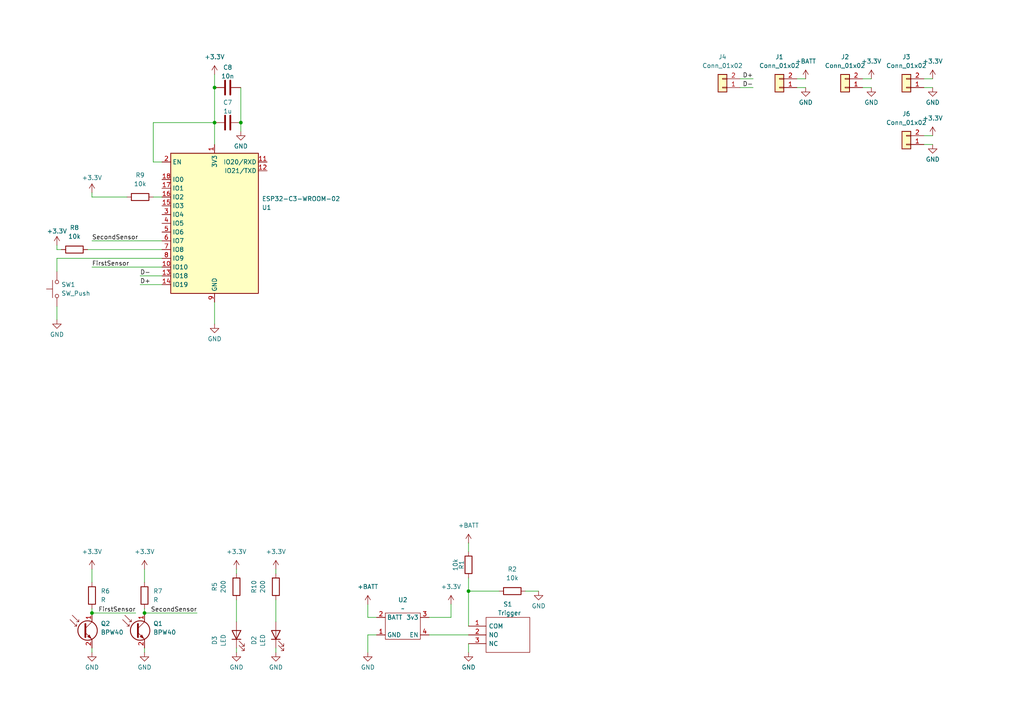
<source format=kicad_sch>
(kicad_sch (version 20231120) (generator "eeschema") (generator_version "8.0")
  (paper "A4")
  (lib_symbols
    (symbol "Connector_Generic:Conn_01x02" (pin_names (offset 1.016) hide)
      (property "Reference" "J" (at 0 2.54 0))
      (property "Value" "Conn_01x02" (at 0 -5.08 0))
      (symbol "Conn_01x02_1_1"
        (rectangle (start -1.27 -2.413) (end 0 -2.667) (stroke (width 0.1524)))
        (rectangle (start -1.27 0.127) (end 0 -0.127) (stroke (width 0.1524)))
        (rectangle (start -1.27 1.27) (end 1.27 -3.81) (stroke (width 0.254)) (fill (type background)))
        (pin passive line (at -5.08 0 0) (length 3.81) (name "Pin_1") (number "1"))
        (pin passive line (at -5.08 -2.54 0) (length 3.81) (name "Pin_2") (number "2"))
      )
    )
    (symbol "Device:C" (pin_numbers hide) (pin_names (offset 0.254))
      (property "Reference" "C" (at 0.635 2.54 0))
      (property "Value" "C" (at 0.635 -2.54 0))
      (symbol "C_0_1"
        (polyline (pts (xy -2.032 -0.762) (xy 2.032 -0.762)) (stroke (width 0.508)))
        (polyline (pts (xy -2.032 0.762) (xy 2.032 0.762)) (stroke (width 0.508)))
      )
      (symbol "C_1_1"
        (pin passive line (at 0 3.81 270) (length 2.794) (name "~") (number "1"))
        (pin passive line (at 0 -3.81 90) (length 2.794) (name "~") (number "2"))
      )
    )
    (symbol "Device:LED" (pin_numbers hide) (pin_names (offset 1.016) hide)
      (property "Reference" "D" (at 0 2.54 0))
      (property "Value" "LED" (at 0 -2.54 0))
      (symbol "LED_0_1"
        (polyline (pts (xy -1.27 -1.27) (xy -1.27 1.27)) (stroke (width 0.254)))
        (polyline (pts (xy -1.27 0) (xy 1.27 0)))
        (polyline (pts (xy 1.27 -1.27) (xy 1.27 1.27) (xy -1.27 0) (xy 1.27 -1.27)) (stroke (width 0.254)))
        (polyline (pts (xy -3.048 -0.762) (xy -4.572 -2.286) (xy -3.81 -2.286) (xy -4.572 -2.286) (xy -4.572 -1.524)))
        (polyline (pts (xy -1.778 -0.762) (xy -3.302 -2.286) (xy -2.54 -2.286) (xy -3.302 -2.286) (xy -3.302 -1.524)))
      )
      (symbol "LED_1_1"
        (pin passive line (at -3.81 0 0) (length 2.54) (name "K") (number "1"))
        (pin passive line (at 3.81 0 180) (length 2.54) (name "A") (number "2"))
      )
    )
    (symbol "Device:R" (pin_numbers hide) (pin_names (offset 0))
      (property "Reference" "R" (at 2.032 0 90))
      (property "Value" "R" (at 0 0 90))
      (symbol "R_0_1"
        (rectangle (start -1.016 -2.54) (end 1.016 2.54) (stroke (width 0.254)))
      )
      (symbol "R_1_1"
        (pin passive line (at 0 3.81 270) (length 1.27) (name "~") (number "1"))
        (pin passive line (at 0 -3.81 90) (length 1.27) (name "~") (number "2"))
      )
    )
    (symbol "RF_Module:ESP32-C3-WROOM-02"
      (property "Reference" "U" (at -12.192 21.336 0))
      (property "Value" "ESP32-C3-WROOM-02" (at 12.192 21.336 0))
      (symbol "ESP32-C3-WROOM-02_1_1"
        (rectangle (start -12.7 20.32) (end 12.7 -20.32) (stroke (width 0.254)) (fill (type background)))
        (pin power_in line (at 0 22.86 270) (length 2.54) (name "3V3") (number "1"))
        (pin bidirectional line (at -15.24 -12.7 0) (length 2.54) (name "IO10") (number "10"))
        (pin bidirectional line (at 15.24 17.78 180) (length 2.54) (name "IO20/RXD") (number "11"))
        (pin bidirectional line (at 15.24 15.24 180) (length 2.54) (name "IO21/TXD") (number "12"))
        (pin bidirectional line (at -15.24 -15.24 0) (length 2.54) (name "IO18") (number "13"))
        (pin bidirectional line (at -15.24 -17.78 0) (length 2.54) (name "IO19") (number "14"))
        (pin bidirectional line (at -15.24 5.08 0) (length 2.54) (name "IO3") (number "15"))
        (pin bidirectional line (at -15.24 7.62 0) (length 2.54) (name "IO2") (number "16"))
        (pin bidirectional line (at -15.24 10.16 0) (length 2.54) (name "IO1") (number "17"))
        (pin bidirectional line (at -15.24 12.7 0) (length 2.54) (name "IO0") (number "18"))
        (pin passive line (at 0 -22.86 90) (length 2.54) hide (name "GND") (number "19"))
        (pin input line (at -15.24 17.78 0) (length 2.54) (name "EN") (number "2"))
        (pin bidirectional line (at -15.24 2.54 0) (length 2.54) (name "IO4") (number "3"))
        (pin bidirectional line (at -15.24 0 0) (length 2.54) (name "IO5") (number "4"))
        (pin bidirectional line (at -15.24 -2.54 0) (length 2.54) (name "IO6") (number "5"))
        (pin bidirectional line (at -15.24 -5.08 0) (length 2.54) (name "IO7") (number "6"))
        (pin bidirectional line (at -15.24 -7.62 0) (length 2.54) (name "IO8") (number "7"))
        (pin bidirectional line (at -15.24 -10.16 0) (length 2.54) (name "IO9") (number "8"))
        (pin power_in line (at 0 -22.86 90) (length 2.54) (name "GND") (number "9"))
      )
    )
    (symbol "SamacSys:StepDown3v3"
      (property "Reference" "U" (at 0 0 0))
      (symbol "StepDown3v3_0_1"
        (rectangle (start -5.08 3.81) (end 5.08 -3.81))
      )
      (symbol "StepDown3v3_1_1"
        (pin power_in line (at -7.62 -2.54 0) (length 2.54) (name "GND") (number "1"))
        (pin power_in line (at -7.62 2.54 0) (length 2.54) (name "BATT") (number "2"))
        (pin power_out line (at 7.62 2.54 180) (length 2.54) (name "3v3") (number "3"))
        (pin input line (at 7.62 -2.54 180) (length 2.54) (name "EN") (number "4"))
      )
    )
    (symbol "SamacSys_Parts:463092691402" (pin_names (offset 0.762))
      (property "Reference" "S1" (at 8.3312 12.3385 90))
      (property "Value" "463092691402" (at 8.3312 9.5634 90))
      (symbol "463092691402_0_0"
        (pin passive line (at 0 0 0) (length 5.08) (name "COM") (number "1"))
        (pin passive line (at 0 -2.54 0) (length 5.08) (name "NO") (number "2"))
      )
      (symbol "463092691402_0_1"
        (polyline (pts (xy 5.08 2.54) (xy 17.78 2.54) (xy 17.78 -7.62) (xy 5.08 -7.62) (xy 5.08 2.54)) (stroke (width 0.1524)))
      )
      (symbol "463092691402_1_1"
        (pin passive line (at 0 -5.08 0) (length 5.08) (name "NC") (number "3"))
      )
    )
    (symbol "Sensor_Optical:BPW40" (pin_names (offset 0) hide)
      (property "Reference" "Q" (at 5.08 1.27 0))
      (property "Value" "BPW40" (at 5.08 -1.27 0))
      (symbol "BPW40_0_1"
        (polyline (pts (xy -1.905 1.27) (xy -2.54 1.27)))
        (polyline (pts (xy -1.27 2.54) (xy -1.905 2.54)))
        (polyline (pts (xy 0.635 0.635) (xy 2.54 2.54)))
        (polyline (pts (xy -3.81 3.175) (xy -1.905 1.27) (xy -1.905 1.905)))
        (polyline (pts (xy -3.175 4.445) (xy -1.27 2.54) (xy -1.27 3.175)))
        (polyline (pts (xy 0.635 -0.635) (xy 2.54 -2.54) (xy 2.54 -2.54)))
        (polyline (pts (xy 0.635 1.905) (xy 0.635 -1.905) (xy 0.635 -1.905)) (stroke (width 0.508)))
        (polyline (pts (xy 1.27 -1.778) (xy 1.778 -1.27) (xy 2.286 -2.286) (xy 1.27 -1.778) (xy 1.27 -1.778)) (fill (type outline)))
        (circle (center 1.27 0) (radius 2.8194) (stroke (width 0.254)))
      )
      (symbol "BPW40_1_1"
        (pin passive line (at 2.54 5.08 270) (length 2.54) (name "C") (number "1"))
        (pin passive line (at 2.54 -5.08 90) (length 2.54) (name "E") (number "2"))
      )
    )
    (symbol "Switch:SW_Push" (pin_numbers hide) (pin_names (offset 1.016) hide)
      (property "Reference" "SW" (at 1.27 2.54 0))
      (property "Value" "SW_Push" (at 0 -1.524 0))
      (symbol "SW_Push_0_1"
        (circle (center -2.032 0) (radius 0.508))
        (polyline (pts (xy 0 1.27) (xy 0 3.048)))
        (polyline (pts (xy 2.54 1.27) (xy -2.54 1.27)))
        (circle (center 2.032 0) (radius 0.508))
        (pin passive line (at -5.08 0 0) (length 2.54) (name "1") (number "1"))
        (pin passive line (at 5.08 0 180) (length 2.54) (name "2") (number "2"))
      )
    )
    (symbol "power:+5V" (power) (pin_names (offset 0))
      (property "Value" "+5V" (at 0 3.556 0))
      (symbol "+5V_0_1"
        (polyline (pts (xy -0.762 1.27) (xy 0 2.54)))
        (polyline (pts (xy 0 0) (xy 0 2.54)))
        (polyline (pts (xy 0 2.54) (xy 0.762 1.27)))
      )
      (symbol "+5V_1_1"
        (pin power_in line (at 0 0 90) (length 0) hide (name "+5V") (number "1"))
      )
    )
    (symbol "power:+BATT" (power) (pin_numbers hide) (pin_names (offset 0) hide)
      (property "Value" "+BATT" (at 0 3.556 0))
      (symbol "+BATT_0_1"
        (polyline (pts (xy -0.762 1.27) (xy 0 2.54)))
        (polyline (pts (xy 0 0) (xy 0 2.54)))
        (polyline (pts (xy 0 2.54) (xy 0.762 1.27)))
      )
      (symbol "+BATT_1_1"
        (pin power_in line (at 0 0 90) (length 0) (name "~") (number "1"))
      )
    )
    (symbol "power:GND" (power) (pin_names (offset 0))
      (property "Value" "GND" (at 0 -3.81 0))
      (symbol "GND_0_1"
        (polyline (pts (xy 0 0) (xy 0 -1.27) (xy 1.27 -1.27) (xy 0 -2.54) (xy -1.27 -1.27) (xy 0 -1.27)))
      )
      (symbol "GND_1_1"
        (pin power_in line (at 0 0 270) (length 0) hide (name "GND") (number "1"))
      )
    )
  )
  (junction (at 69.85 35.56))
  (junction (at 26.67 177.8))
  (junction (at 62.23 35.56))
  (junction (at 62.23 25.4))
  (junction (at 135.89 171.45))
  (junction (at 41.91 177.8))
  (wire (pts (xy 267.97 25.4) (xy 270.51 25.4)))
  (wire (pts (xy 124.46 184.15) (xy 135.89 184.15)))
  (wire (pts (xy 26.67 165.1) (xy 26.67 168.91)))
  (wire (pts (xy 218.44 22.86) (xy 214.63 22.86)))
  (wire (pts (xy 69.85 25.4) (xy 69.85 35.56)))
  (wire (pts (xy 231.14 22.86) (xy 233.68 22.86)))
  (wire (pts (xy 68.58 189.23) (xy 68.58 187.96)))
  (wire (pts (xy 106.68 189.23) (xy 106.68 184.15)))
  (wire (pts (xy 80.01 173.99) (xy 80.01 180.34)))
  (wire (pts (xy 135.89 189.23) (xy 135.89 186.69)))
  (wire (pts (xy 130.81 175.26) (xy 130.81 179.07)))
  (wire (pts (xy 44.45 46.99) (xy 46.99 46.99)))
  (wire (pts (xy 62.23 25.4) (xy 62.23 35.56)))
  (wire (pts (xy 44.45 35.56) (xy 62.23 35.56)))
  (wire (pts (xy 69.85 35.56) (xy 69.85 38.1)))
  (wire (pts (xy 26.67 55.88) (xy 26.67 57.15)))
  (wire (pts (xy 41.91 165.1) (xy 41.91 168.91)))
  (wire (pts (xy 41.91 177.8) (xy 57.15 177.8)))
  (wire (pts (xy 135.89 171.45) (xy 135.89 167.64)))
  (wire (pts (xy 25.4 72.39) (xy 46.99 72.39)))
  (wire (pts (xy 68.58 180.34) (xy 68.58 173.99)))
  (wire (pts (xy 80.01 187.96) (xy 80.01 189.23)))
  (wire (pts (xy 80.01 166.37) (xy 80.01 165.1)))
  (wire (pts (xy 267.97 41.91) (xy 270.51 41.91)))
  (wire (pts (xy 26.67 77.47) (xy 46.99 77.47)))
  (wire (pts (xy 44.45 46.99) (xy 44.45 35.56)))
  (wire (pts (xy 44.45 57.15) (xy 46.99 57.15)))
  (wire (pts (xy 135.89 157.48) (xy 135.89 160.02)))
  (wire (pts (xy 250.19 25.4) (xy 252.73 25.4)))
  (wire (pts (xy 144.78 171.45) (xy 135.89 171.45)))
  (wire (pts (xy 26.67 177.8) (xy 39.37 177.8)))
  (wire (pts (xy 26.67 69.85) (xy 46.99 69.85)))
  (wire (pts (xy 267.97 22.86) (xy 270.51 22.86)))
  (wire (pts (xy 156.21 171.45) (xy 152.4 171.45)))
  (wire (pts (xy 231.14 25.4) (xy 233.68 25.4)))
  (wire (pts (xy 16.51 88.9) (xy 16.51 92.71)))
  (wire (pts (xy 62.23 35.56) (xy 62.23 41.91)))
  (wire (pts (xy 26.67 189.23) (xy 26.67 187.96)))
  (wire (pts (xy 68.58 165.1) (xy 68.58 166.37)))
  (wire (pts (xy 26.67 57.15) (xy 36.83 57.15)))
  (wire (pts (xy 250.19 22.86) (xy 252.73 22.86)))
  (wire (pts (xy 62.23 21.59) (xy 62.23 25.4)))
  (wire (pts (xy 267.97 39.37) (xy 270.51 39.37)))
  (wire (pts (xy 41.91 189.23) (xy 41.91 187.96)))
  (wire (pts (xy 135.89 171.45) (xy 135.89 181.61)))
  (wire (pts (xy 16.51 72.39) (xy 16.51 71.12)))
  (wire (pts (xy 130.81 179.07) (xy 124.46 179.07)))
  (wire (pts (xy 16.51 72.39) (xy 17.78 72.39)))
  (wire (pts (xy 106.68 184.15) (xy 109.22 184.15)))
  (wire (pts (xy 106.68 179.07) (xy 109.22 179.07)))
  (wire (pts (xy 26.67 177.8) (xy 26.67 176.53)))
  (wire (pts (xy 62.23 87.63) (xy 62.23 93.98)))
  (wire (pts (xy 218.44 25.4) (xy 214.63 25.4)))
  (wire (pts (xy 40.64 80.01) (xy 46.99 80.01)))
  (wire (pts (xy 40.64 82.55) (xy 46.99 82.55)))
  (wire (pts (xy 106.68 175.26) (xy 106.68 179.07)))
  (wire (pts (xy 16.51 74.93) (xy 46.99 74.93)))
  (wire (pts (xy 16.51 78.74) (xy 16.51 74.93)))
  (wire (pts (xy 41.91 177.8) (xy 41.91 176.53)))
  (label "D+" (at 218.44 22.86 180))
  (label "FirstSensor" (at 26.67 77.47 0))
  (label "D-" (at 218.44 25.4 180))
  (label "D+" (at 40.64 82.55 0))
  (label "D-" (at 40.64 80.01 0))
  (label "SecondSensor" (at 26.67 69.85 0))
  (label "FirstSensor" (at 39.37 177.8 180))
  (label "SecondSensor" (at 57.15 177.8 180))
  (symbol (lib_id "RF_Module:ESP32-C3-WROOM-02") (at 62.23 64.77 0) (unit 1)
    (property "Reference" "U1" (at 75.946 60.198 0) (effects (justify left)))
    (property "Value" "ESP32-C3-WROOM-02" (at 75.946 57.658 0) (effects (justify left)))
    (property "Footprint" "RF_Module:ESP32-C3-WROOM-02" (effects (hide yes)))
    (property "Datasheet" "https://www.espressif.com/sites/default/files/documentation/esp32-c3-wroom-02_datasheet_en.pdf" (effects (hide yes)))
    (property "Description" "802.11 b/g/n Wi­Fi and Bluetooth 5 module, ESP32­C3 SoC, RISC­V microprocessor, On-board antenna" (effects (hide yes)))
  )
  (symbol (lib_id "Connector_Generic:Conn_01x02") (at 262.89 41.91 180) (unit 1)
    (property "Reference" "J6" (at 262.89 33.02 0))
    (property "Value" "Conn_01x02" (at 262.89 35.56 0))
    (property "Footprint" "Connector_PinHeader_2.54mm:PinHeader_1x02_P2.54mm_Vertical" (effects (hide yes)))
    (property "Description" "Generic connector, single row, 01x02, script generated (kicad-library-utils/schlib/autogen/connector/)" (effects (hide yes)))
  )
  (symbol (lib_id "Connector_Generic:Conn_01x02") (at 226.06 25.4 180) (unit 1)
    (property "Reference" "J1" (at 226.06 16.51 0))
    (property "Value" "Conn_01x02" (at 226.06 19.05 0))
    (property "Footprint" "Connector_PinHeader_2.54mm:PinHeader_1x02_P2.54mm_Vertical" (effects (hide yes)))
    (property "Description" "Generic connector, single row, 01x02, script generated (kicad-library-utils/schlib/autogen/connector/)" (effects (hide yes)))
  )
  (symbol (lib_id "Device:LED") (at 68.58 184.15 90) (unit 1)
    (property "Reference" "D3" (at 62.23 185.7375 0))
    (property "Value" "LED" (at 64.77 185.7375 0))
    (property "Footprint" "LED_THT:LED_D5.0mm_Clear" (effects (hide yes)))
    (property "Description" "Light emitting diode" (effects (hide yes)))
  )
  (symbol (lib_id "Connector_Generic:Conn_01x02") (at 262.89 25.4 180) (unit 1)
    (property "Reference" "J3" (at 262.89 16.51 0))
    (property "Value" "Conn_01x02" (at 262.89 19.05 0))
    (property "Footprint" "Connector_PinHeader_2.54mm:PinHeader_1x02_P2.54mm_Vertical" (effects (hide yes)))
    (property "Description" "Generic connector, single row, 01x02, script generated (kicad-library-utils/schlib/autogen/connector/)" (effects (hide yes)))
  )
  (symbol (lib_id "Device:R") (at 21.59 72.39 270) (unit 1)
    (property "Reference" "R8" (at 21.59 66.04 90))
    (property "Value" "10k" (at 21.59 68.58 90))
    (property "Footprint" "Resistor_SMD:R_0603_1608Metric" (effects (hide yes)))
    (property "Description" "Resistor" (effects (hide yes)))
  )
  (symbol (lib_id "Device:C") (at 66.04 25.4 90) (unit 1)
    (property "Reference" "C8" (at 66.04 19.558 90))
    (property "Value" "10n" (at 66.04 22.098 90))
    (property "Footprint" "Capacitor_SMD:C_0603_1608Metric" (effects (hide yes)))
  )
  (symbol (lib_id "power:GND") (at 270.51 41.91 0) (unit 1)
    (property "Reference" "#PWR027" (effects (hide yes)))
    (property "Value" "GND" (at 268.478 46.228 0) (effects (justify left)))
  )
  (symbol (lib_id "Device:R") (at 80.01 170.18 180) (unit 1)
    (property "Reference" "R10" (at 73.66 170.18 90))
    (property "Value" "200" (at 76.2 170.18 90))
    (property "Footprint" "Resistor_SMD:R_0603_1608Metric" (effects (hide yes)))
    (property "Description" "Resistor" (effects (hide yes)))
  )
  (symbol (lib_id "power:GND") (at 233.68 25.4 0) (unit 1)
    (property "Reference" "#PWR05" (effects (hide yes)))
    (property "Value" "GND" (at 231.648 29.718 0) (effects (justify left)))
  )
  (symbol (lib_id "power:+5V") (at 270.51 39.37 0) (unit 1)
    (property "Reference" "#PWR020" (effects (hide yes)))
    (property "Value" "+3.3V" (at 270.51 34.29 0))
  )
  (symbol (lib_id "power:+5V") (at 26.67 165.1 0) (unit 1)
    (property "Reference" "#PWR016" (effects (hide yes)))
    (property "Value" "+3.3V" (at 26.67 160.02 0))
  )
  (symbol (lib_id "power:+5V") (at 62.23 21.59 0) (unit 1)
    (property "Reference" "#PWR011" (effects (hide yes)))
    (property "Value" "+3.3V" (at 62.23 16.51 0))
  )
  (symbol (lib_id "Device:R") (at 26.67 172.72 0) (unit 1)
    (property "Reference" "R6" (at 29.21 171.4499 0) (effects (justify left)))
    (property "Value" "R" (at 29.21 173.9899 0) (effects (justify left)))
    (property "Footprint" "Resistor_SMD:R_0603_1608Metric" (effects (hide yes)))
    (property "Description" "Resistor" (effects (hide yes)))
  )
  (symbol (lib_id "power:+5V") (at 270.51 22.86 0) (unit 1)
    (property "Reference" "#PWR08" (effects (hide yes)))
    (property "Value" "+3.3V" (at 270.51 17.78 0))
  )
  (symbol (lib_id "Device:LED") (at 80.01 184.15 90) (unit 1)
    (property "Reference" "D2" (at 73.66 185.7375 0))
    (property "Value" "LED" (at 76.2 185.7375 0))
    (property "Footprint" "LED_THT:LED_D5.0mm_Clear" (effects (hide yes)))
    (property "Description" "Light emitting diode" (effects (hide yes)))
  )
  (symbol (lib_id "power:GND") (at 252.73 25.4 0) (unit 1)
    (property "Reference" "#PWR07" (effects (hide yes)))
    (property "Value" "GND" (at 250.698 29.718 0) (effects (justify left)))
  )
  (symbol (lib_id "Switch:SW_Push") (at 16.51 83.82 90) (unit 1)
    (property "Reference" "SW1" (at 17.78 82.5499 90) (effects (justify right)))
    (property "Value" "SW_Push" (at 17.78 85.0899 90) (effects (justify right)))
    (property "Footprint" "Jumper:SolderJumper-2_P1.3mm_Open_RoundedPad1.0x1.5mm" (effects (hide yes)))
    (property "Description" "Push button switch, generic, two pins" (effects (hide yes)))
  )
  (symbol (lib_id "power:GND") (at 26.67 189.23 0) (unit 1)
    (property "Reference" "#PWR015" (effects (hide yes)))
    (property "Value" "GND" (at 24.638 193.548 0) (effects (justify left)))
  )
  (symbol (lib_id "power:GND") (at 62.23 93.98 0) (unit 1)
    (property "Reference" "#PWR010" (effects (hide yes)))
    (property "Value" "GND" (at 60.198 98.298 0) (effects (justify left)))
  )
  (symbol (lib_id "Device:R") (at 41.91 172.72 0) (unit 1)
    (property "Reference" "R7" (at 44.45 171.4499 0) (effects (justify left)))
    (property "Value" "R" (at 44.45 173.9899 0) (effects (justify left)))
    (property "Footprint" "Resistor_SMD:R_0603_1608Metric" (effects (hide yes)))
    (property "Description" "Resistor" (effects (hide yes)))
  )
  (symbol (lib_id "Device:C") (at 66.04 35.56 90) (unit 1)
    (property "Reference" "C7" (at 66.04 29.718 90))
    (property "Value" "1u" (at 66.04 32.258 90))
    (property "Footprint" "Capacitor_SMD:C_0603_1608Metric" (effects (hide yes)))
  )
  (symbol (lib_id "power:GND") (at 16.51 92.71 0) (unit 1)
    (property "Reference" "#PWR022" (effects (hide yes)))
    (property "Value" "GND" (at 14.478 97.028 0) (effects (justify left)))
  )
  (symbol (lib_id "power:GND") (at 80.01 189.23 0) (unit 1)
    (property "Reference" "#PWR023" (effects (hide yes)))
    (property "Value" "GND" (at 77.978 193.548 0) (effects (justify left)))
  )
  (symbol (lib_id "power:+BATT") (at 135.89 157.48 0) (unit 1)
    (property "Reference" "#PWR02" (effects (hide yes)))
    (property "Value" "+BATT" (at 135.89 152.4 0))
    (property "Description" "Power symbol creates a global label with name \"+BATT\"" (effects (hide yes)))
  )
  (symbol (lib_id "power:+5V") (at 252.73 22.86 0) (unit 1)
    (property "Reference" "#PWR06" (effects (hide yes)))
    (property "Value" "+3.3V" (at 252.73 17.78 0))
  )
  (symbol (lib_id "power:+BATT") (at 233.68 22.86 0) (unit 1)
    (property "Reference" "#PWR04" (effects (hide yes)))
    (property "Value" "+BATT" (at 233.68 17.78 0))
    (property "Description" "Power symbol creates a global label with name \"+BATT\"" (effects (hide yes)))
  )
  (symbol (lib_id "Connector_Generic:Conn_01x02") (at 209.55 25.4 180) (unit 1)
    (property "Reference" "J4" (at 209.55 16.51 0))
    (property "Value" "Conn_01x02" (at 209.55 19.05 0))
    (property "Footprint" "Connector_PinHeader_2.54mm:PinHeader_1x02_P2.54mm_Vertical" (effects (hide yes)))
    (property "Description" "Generic connector, single row, 01x02, script generated (kicad-library-utils/schlib/autogen/connector/)" (effects (hide yes)))
  )
  (symbol (lib_id "power:+BATT") (at 106.68 175.26 0) (unit 1)
    (property "Reference" "#PWR029" (effects (hide yes)))
    (property "Value" "+BATT" (at 106.68 170.18 0))
    (property "Description" "Power symbol creates a global label with name \"+BATT\"" (effects (hide yes)))
  )
  (symbol (lib_id "power:GND") (at 156.21 171.45 0) (unit 1)
    (property "Reference" "#PWR01" (effects (hide yes)))
    (property "Value" "GND" (at 154.178 175.768 0) (effects (justify left)))
  )
  (symbol (lib_id "Device:R") (at 68.58 170.18 180) (unit 1)
    (property "Reference" "R5" (at 62.23 170.18 90))
    (property "Value" "200" (at 64.77 170.18 90))
    (property "Footprint" "Resistor_SMD:R_0603_1608Metric" (effects (hide yes)))
    (property "Description" "Resistor" (effects (hide yes)))
  )
  (symbol (lib_id "SamacSys_Parts:463092691402") (at 135.89 181.61 0) (unit 1)
    (property "Reference" "S1" (at 148.59 175.26 0) (effects (justify right)))
    (property "Value" "Trigger" (at 151.13 177.8 0) (effects (justify right)))
    (property "Footprint" "SamacSys:SwitchSmall" (effects (hide yes)))
    (property "Datasheet" "https://www.we-online.com/catalog/datasheet/463092691402.pdf" (effects (hide yes)))
    (property "Description" "Basic / Snap Action Switches WS-MITV Micro Switch RA Psh Typ 80gf" (effects (hide yes)))
    (property "Height" "5.95" (effects (hide yes)))
    (property "Mouser Part Number" "710-463092691402" (effects (hide yes)))
    (property "Mouser Price/Stock" "https://www.mouser.co.uk/ProductDetail/Wurth-Elektronik/463092691402?qs=iLbezkQI%252BsiNPC3GZqKuHg%3D%3D" (effects (hide yes)))
    (property "Manufacturer_Name" "Wurth Elektronik" (effects (hide yes)))
    (property "Manufacturer_Part_Number" "463092691402" (effects (hide yes)))
  )
  (symbol (lib_id "SamacSys:StepDown3v3") (at 116.84 181.61 0) (unit 1)
    (property "Reference" "U2" (at 116.84 173.99 0))
    (property "Value" "~" (at 116.84 176.53 0))
    (property "Footprint" "SamacSys:StepDown3v3" (effects (hide yes)))
  )
  (symbol (lib_id "power:+5V") (at 41.91 165.1 0) (unit 1)
    (property "Reference" "#PWR017" (effects (hide yes)))
    (property "Value" "+3.3V" (at 41.91 160.02 0))
  )
  (symbol (lib_id "power:+5V") (at 130.81 175.26 0) (unit 1)
    (property "Reference" "#PWR028" (effects (hide yes)))
    (property "Value" "+3.3V" (at 130.81 170.18 0))
  )
  (symbol (lib_id "power:GND") (at 106.68 189.23 0) (unit 1)
    (property "Reference" "#PWR030" (effects (hide yes)))
    (property "Value" "GND" (at 104.648 193.548 0) (effects (justify left)))
  )
  (symbol (lib_id "power:GND") (at 41.91 189.23 0) (unit 1)
    (property "Reference" "#PWR018" (effects (hide yes)))
    (property "Value" "GND" (at 39.878 193.548 0) (effects (justify left)))
  )
  (symbol (lib_id "power:+5V") (at 68.58 165.1 0) (unit 1)
    (property "Reference" "#PWR013" (effects (hide yes)))
    (property "Value" "+3.3V" (at 68.58 160.02 0))
  )
  (symbol (lib_id "Device:R") (at 148.59 171.45 90) (unit 1)
    (property "Reference" "R2" (at 148.59 165.1 90))
    (property "Value" "10k" (at 148.59 167.64 90))
    (property "Footprint" "Resistor_SMD:R_0603_1608Metric" (effects (hide yes)))
    (property "Description" "Resistor" (effects (hide yes)))
  )
  (symbol (lib_id "power:GND") (at 68.58 189.23 0) (unit 1)
    (property "Reference" "#PWR014" (effects (hide yes)))
    (property "Value" "GND" (at 66.548 193.548 0) (effects (justify left)))
  )
  (symbol (lib_id "power:+5V") (at 80.01 165.1 0) (unit 1)
    (property "Reference" "#PWR024" (effects (hide yes)))
    (property "Value" "+3.3V" (at 80.01 160.02 0))
  )
  (symbol (lib_id "Device:R") (at 135.89 163.83 0) (unit 1)
    (property "Reference" "R1" (at 133.858 163.83 90))
    (property "Value" "10k" (at 132.08 163.83 90))
    (property "Footprint" "Resistor_SMD:R_0603_1608Metric" (effects (hide yes)))
    (property "Description" "Resistor" (effects (hide yes)))
  )
  (symbol (lib_id "Device:R") (at 40.64 57.15 270) (unit 1)
    (property "Reference" "R9" (at 40.64 50.8 90))
    (property "Value" "10k" (at 40.64 53.34 90))
    (property "Footprint" "Resistor_SMD:R_0603_1608Metric" (effects (hide yes)))
    (property "Description" "Resistor" (effects (hide yes)))
  )
  (symbol (lib_id "power:+5V") (at 16.51 71.12 0) (unit 1)
    (property "Reference" "#PWR021" (effects (hide yes)))
    (property "Value" "+3.3V" (at 16.51 67.056 0))
  )
  (symbol (lib_id "Sensor_Optical:BPW40") (at 24.13 182.88 0) (unit 1)
    (property "Reference" "Q2" (at 29.21 180.8606 0) (effects (justify left)))
    (property "Value" "BPW40" (at 29.21 183.4006 0) (effects (justify left)))
    (property "Footprint" "LED_THT:LED_D5.0mm_Clear" (effects (hide yes)))
    (property "Datasheet" "https://www.rcscomponents.kiev.ua/datasheets/bpw40.pdf" (effects (hide yes)))
    (property "Description" "Phototransistor NPN" (effects (hide yes)))
  )
  (symbol (lib_id "power:GND") (at 69.85 38.1 0) (unit 1)
    (property "Reference" "#PWR012" (effects (hide yes)))
    (property "Value" "GND" (at 67.818 42.418 0) (effects (justify left)))
  )
  (symbol (lib_id "power:GND") (at 135.89 189.23 0) (unit 1)
    (property "Reference" "#PWR03" (effects (hide yes)))
    (property "Value" "GND" (at 133.858 193.548 0) (effects (justify left)))
  )
  (symbol (lib_id "power:+5V") (at 26.67 55.88 0) (unit 1)
    (property "Reference" "#PWR019" (effects (hide yes)))
    (property "Value" "+3.3V" (at 26.67 51.562 0))
  )
  (symbol (lib_id "power:GND") (at 270.51 25.4 0) (unit 1)
    (property "Reference" "#PWR09" (effects (hide yes)))
    (property "Value" "GND" (at 268.478 29.718 0) (effects (justify left)))
  )
  (symbol (lib_id "Connector_Generic:Conn_01x02") (at 245.11 25.4 180) (unit 1)
    (property "Reference" "J2" (at 245.11 16.51 0))
    (property "Value" "Conn_01x02" (at 245.11 19.05 0))
    (property "Footprint" "Connector_PinHeader_2.54mm:PinHeader_1x02_P2.54mm_Vertical" (effects (hide yes)))
    (property "Description" "Generic connector, single row, 01x02, script generated (kicad-library-utils/schlib/autogen/connector/)" (effects (hide yes)))
  )
  (symbol (lib_id "Sensor_Optical:BPW40") (at 39.37 182.88 0) (unit 1)
    (property "Reference" "Q1" (at 44.45 180.8606 0) (effects (justify left)))
    (property "Value" "BPW40" (at 44.45 183.4006 0) (effects (justify left)))
    (property "Footprint" "LED_THT:LED_D5.0mm_Clear" (effects (hide yes)))
    (property "Datasheet" "https://www.rcscomponents.kiev.ua/datasheets/bpw40.pdf" (effects (hide yes)))
    (property "Description" "Phototransistor NPN" (effects (hide yes)))
  )
)
</source>
